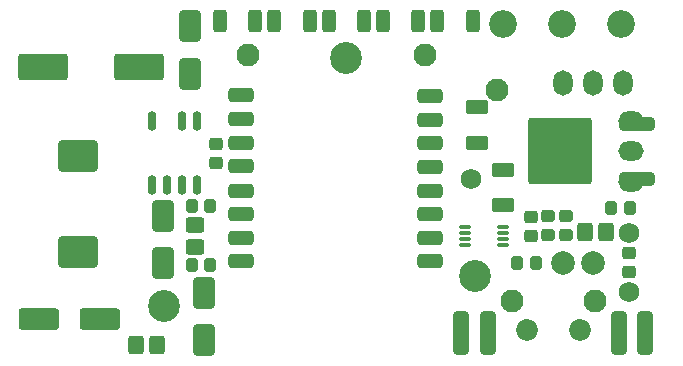
<source format=gts>
%FSLAX44Y44*%
%MOMM*%
G71*
G01*
G75*
G04 Layer_Color=8388736*
G04:AMPARAMS|DCode=10|XSize=1.45mm|YSize=1.15mm|CornerRadius=0.2013mm|HoleSize=0mm|Usage=FLASHONLY|Rotation=90.000|XOffset=0mm|YOffset=0mm|HoleType=Round|Shape=RoundedRectangle|*
%AMROUNDEDRECTD10*
21,1,1.4500,0.7475,0,0,90.0*
21,1,1.0475,1.1500,0,0,90.0*
1,1,0.4025,0.3738,0.5238*
1,1,0.4025,0.3738,-0.5238*
1,1,0.4025,-0.3738,-0.5238*
1,1,0.4025,-0.3738,0.5238*
%
%ADD10ROUNDEDRECTD10*%
G04:AMPARAMS|DCode=11|XSize=1mm|YSize=0.95mm|CornerRadius=0.1995mm|HoleSize=0mm|Usage=FLASHONLY|Rotation=180.000|XOffset=0mm|YOffset=0mm|HoleType=Round|Shape=RoundedRectangle|*
%AMROUNDEDRECTD11*
21,1,1.0000,0.5510,0,0,180.0*
21,1,0.6010,0.9500,0,0,180.0*
1,1,0.3990,-0.3005,0.2755*
1,1,0.3990,0.3005,0.2755*
1,1,0.3990,0.3005,-0.2755*
1,1,0.3990,-0.3005,-0.2755*
%
%ADD11ROUNDEDRECTD11*%
G04:AMPARAMS|DCode=12|XSize=2mm|YSize=1mm|CornerRadius=0.25mm|HoleSize=0mm|Usage=FLASHONLY|Rotation=180.000|XOffset=0mm|YOffset=0mm|HoleType=Round|Shape=RoundedRectangle|*
%AMROUNDEDRECTD12*
21,1,2.0000,0.5000,0,0,180.0*
21,1,1.5000,1.0000,0,0,180.0*
1,1,0.5000,-0.7500,0.2500*
1,1,0.5000,0.7500,0.2500*
1,1,0.5000,0.7500,-0.2500*
1,1,0.5000,-0.7500,-0.2500*
%
%ADD12ROUNDEDRECTD12*%
G04:AMPARAMS|DCode=13|XSize=1mm|YSize=0.9mm|CornerRadius=0.198mm|HoleSize=0mm|Usage=FLASHONLY|Rotation=0.000|XOffset=0mm|YOffset=0mm|HoleType=Round|Shape=RoundedRectangle|*
%AMROUNDEDRECTD13*
21,1,1.0000,0.5040,0,0,0.0*
21,1,0.6040,0.9000,0,0,0.0*
1,1,0.3960,0.3020,-0.2520*
1,1,0.3960,-0.3020,-0.2520*
1,1,0.3960,-0.3020,0.2520*
1,1,0.3960,0.3020,0.2520*
%
%ADD13ROUNDEDRECTD13*%
G04:AMPARAMS|DCode=14|XSize=1.75mm|YSize=1.05mm|CornerRadius=0.1995mm|HoleSize=0mm|Usage=FLASHONLY|Rotation=180.000|XOffset=0mm|YOffset=0mm|HoleType=Round|Shape=RoundedRectangle|*
%AMROUNDEDRECTD14*
21,1,1.7500,0.6510,0,0,180.0*
21,1,1.3510,1.0500,0,0,180.0*
1,1,0.3990,-0.6755,0.3255*
1,1,0.3990,0.6755,0.3255*
1,1,0.3990,0.6755,-0.3255*
1,1,0.3990,-0.6755,-0.3255*
%
%ADD14ROUNDEDRECTD14*%
G04:AMPARAMS|DCode=15|XSize=3.3mm|YSize=1.65mm|CornerRadius=0.198mm|HoleSize=0mm|Usage=FLASHONLY|Rotation=180.000|XOffset=0mm|YOffset=0mm|HoleType=Round|Shape=RoundedRectangle|*
%AMROUNDEDRECTD15*
21,1,3.3000,1.2540,0,0,180.0*
21,1,2.9040,1.6500,0,0,180.0*
1,1,0.3960,-1.4520,0.6270*
1,1,0.3960,1.4520,0.6270*
1,1,0.3960,1.4520,-0.6270*
1,1,0.3960,-1.4520,-0.6270*
%
%ADD15ROUNDEDRECTD15*%
G04:AMPARAMS|DCode=16|XSize=4.1mm|YSize=2.1mm|CornerRadius=0.1995mm|HoleSize=0mm|Usage=FLASHONLY|Rotation=180.000|XOffset=0mm|YOffset=0mm|HoleType=Round|Shape=RoundedRectangle|*
%AMROUNDEDRECTD16*
21,1,4.1000,1.7010,0,0,180.0*
21,1,3.7010,2.1000,0,0,180.0*
1,1,0.3990,-1.8505,0.8505*
1,1,0.3990,1.8505,0.8505*
1,1,0.3990,1.8505,-0.8505*
1,1,0.3990,-1.8505,-0.8505*
%
%ADD16ROUNDEDRECTD16*%
G04:AMPARAMS|DCode=17|XSize=3.2mm|YSize=2.5mm|CornerRadius=0.2mm|HoleSize=0mm|Usage=FLASHONLY|Rotation=0.000|XOffset=0mm|YOffset=0mm|HoleType=Round|Shape=RoundedRectangle|*
%AMROUNDEDRECTD17*
21,1,3.2000,2.1000,0,0,0.0*
21,1,2.8000,2.5000,0,0,0.0*
1,1,0.4000,1.4000,-1.0500*
1,1,0.4000,-1.4000,-1.0500*
1,1,0.4000,-1.4000,1.0500*
1,1,0.4000,1.4000,1.0500*
%
%ADD17ROUNDEDRECTD17*%
G04:AMPARAMS|DCode=18|XSize=1.45mm|YSize=1.15mm|CornerRadius=0.2013mm|HoleSize=0mm|Usage=FLASHONLY|Rotation=180.000|XOffset=0mm|YOffset=0mm|HoleType=Round|Shape=RoundedRectangle|*
%AMROUNDEDRECTD18*
21,1,1.4500,0.7475,0,0,180.0*
21,1,1.0475,1.1500,0,0,180.0*
1,1,0.4025,-0.5238,0.3738*
1,1,0.4025,0.5238,0.3738*
1,1,0.4025,0.5238,-0.3738*
1,1,0.4025,-0.5238,-0.3738*
%
%ADD18ROUNDEDRECTD18*%
G04:AMPARAMS|DCode=19|XSize=2.5mm|YSize=1.7mm|CornerRadius=0.204mm|HoleSize=0mm|Usage=FLASHONLY|Rotation=270.000|XOffset=0mm|YOffset=0mm|HoleType=Round|Shape=RoundedRectangle|*
%AMROUNDEDRECTD19*
21,1,2.5000,1.2920,0,0,270.0*
21,1,2.0920,1.7000,0,0,270.0*
1,1,0.4080,-0.6460,-1.0460*
1,1,0.4080,-0.6460,1.0460*
1,1,0.4080,0.6460,1.0460*
1,1,0.4080,0.6460,-1.0460*
%
%ADD19ROUNDEDRECTD19*%
G04:AMPARAMS|DCode=20|XSize=3.5mm|YSize=1.2mm|CornerRadius=0.198mm|HoleSize=0mm|Usage=FLASHONLY|Rotation=90.000|XOffset=0mm|YOffset=0mm|HoleType=Round|Shape=RoundedRectangle|*
%AMROUNDEDRECTD20*
21,1,3.5000,0.8040,0,0,90.0*
21,1,3.1040,1.2000,0,0,90.0*
1,1,0.3960,0.4020,1.5520*
1,1,0.3960,0.4020,-1.5520*
1,1,0.3960,-0.4020,-1.5520*
1,1,0.3960,-0.4020,1.5520*
%
%ADD20ROUNDEDRECTD20*%
G04:AMPARAMS|DCode=21|XSize=2.85mm|YSize=1mm|CornerRadius=0.2mm|HoleSize=0mm|Usage=FLASHONLY|Rotation=180.000|XOffset=0mm|YOffset=0mm|HoleType=Round|Shape=RoundedRectangle|*
%AMROUNDEDRECTD21*
21,1,2.8500,0.6000,0,0,180.0*
21,1,2.4500,1.0000,0,0,180.0*
1,1,0.4000,-1.2250,0.3000*
1,1,0.4000,1.2250,0.3000*
1,1,0.4000,1.2250,-0.3000*
1,1,0.4000,-1.2250,-0.3000*
%
%ADD21ROUNDEDRECTD21*%
G04:AMPARAMS|DCode=22|XSize=5.2mm|YSize=5.5mm|CornerRadius=0.182mm|HoleSize=0mm|Usage=FLASHONLY|Rotation=180.000|XOffset=0mm|YOffset=0mm|HoleType=Round|Shape=RoundedRectangle|*
%AMROUNDEDRECTD22*
21,1,5.2000,5.1360,0,0,180.0*
21,1,4.8360,5.5000,0,0,180.0*
1,1,0.3640,-2.4180,2.5680*
1,1,0.3640,2.4180,2.5680*
1,1,0.3640,2.4180,-2.5680*
1,1,0.3640,-2.4180,-2.5680*
%
%ADD22ROUNDEDRECTD22*%
G04:AMPARAMS|DCode=23|XSize=1mm|YSize=0.9mm|CornerRadius=0.198mm|HoleSize=0mm|Usage=FLASHONLY|Rotation=270.000|XOffset=0mm|YOffset=0mm|HoleType=Round|Shape=RoundedRectangle|*
%AMROUNDEDRECTD23*
21,1,1.0000,0.5040,0,0,270.0*
21,1,0.6040,0.9000,0,0,270.0*
1,1,0.3960,-0.2520,-0.3020*
1,1,0.3960,-0.2520,0.3020*
1,1,0.3960,0.2520,0.3020*
1,1,0.3960,0.2520,-0.3020*
%
%ADD23ROUNDEDRECTD23*%
G04:AMPARAMS|DCode=24|XSize=1.75mm|YSize=1.05mm|CornerRadius=0.1995mm|HoleSize=0mm|Usage=FLASHONLY|Rotation=90.000|XOffset=0mm|YOffset=0mm|HoleType=Round|Shape=RoundedRectangle|*
%AMROUNDEDRECTD24*
21,1,1.7500,0.6510,0,0,90.0*
21,1,1.3510,1.0500,0,0,90.0*
1,1,0.3990,0.3255,0.6755*
1,1,0.3990,0.3255,-0.6755*
1,1,0.3990,-0.3255,-0.6755*
1,1,0.3990,-0.3255,0.6755*
%
%ADD24ROUNDEDRECTD24*%
%ADD25O,0.6000X1.5500*%
G04:AMPARAMS|DCode=26|XSize=0.9mm|YSize=0.3mm|CornerRadius=0.1005mm|HoleSize=0mm|Usage=FLASHONLY|Rotation=180.000|XOffset=0mm|YOffset=0mm|HoleType=Round|Shape=RoundedRectangle|*
%AMROUNDEDRECTD26*
21,1,0.9000,0.0990,0,0,180.0*
21,1,0.6990,0.3000,0,0,180.0*
1,1,0.2010,-0.3495,0.0495*
1,1,0.2010,0.3495,0.0495*
1,1,0.2010,0.3495,-0.0495*
1,1,0.2010,-0.3495,-0.0495*
%
%ADD26ROUNDEDRECTD26*%
%ADD27C,0.2500*%
%ADD28C,0.5000*%
%ADD29C,1.7000*%
%ADD30C,1.8000*%
%ADD31C,1.8500*%
%ADD32O,2.0000X1.5000*%
%ADD33C,1.6000*%
%ADD34C,2.2000*%
%ADD35O,1.5000X2.0000*%
%ADD36C,2.5000*%
%ADD37C,0.7500*%
%ADD38C,1.5000*%
%ADD39C,0.2000*%
%ADD40C,0.3000*%
%ADD41C,0.2540*%
%ADD42C,0.1500*%
%ADD43C,0.1000*%
G04:AMPARAMS|DCode=44|XSize=1.6mm|YSize=1.3mm|CornerRadius=0.2763mm|HoleSize=0mm|Usage=FLASHONLY|Rotation=90.000|XOffset=0mm|YOffset=0mm|HoleType=Round|Shape=RoundedRectangle|*
%AMROUNDEDRECTD44*
21,1,1.6000,0.7475,0,0,90.0*
21,1,1.0475,1.3000,0,0,90.0*
1,1,0.5525,0.3738,0.5238*
1,1,0.5525,0.3738,-0.5238*
1,1,0.5525,-0.3738,-0.5238*
1,1,0.5525,-0.3738,0.5238*
%
%ADD44ROUNDEDRECTD44*%
G04:AMPARAMS|DCode=45|XSize=1.15mm|YSize=1.1mm|CornerRadius=0.2745mm|HoleSize=0mm|Usage=FLASHONLY|Rotation=180.000|XOffset=0mm|YOffset=0mm|HoleType=Round|Shape=RoundedRectangle|*
%AMROUNDEDRECTD45*
21,1,1.1500,0.5510,0,0,180.0*
21,1,0.6010,1.1000,0,0,180.0*
1,1,0.5490,-0.3005,0.2755*
1,1,0.5490,0.3005,0.2755*
1,1,0.5490,0.3005,-0.2755*
1,1,0.5490,-0.3005,-0.2755*
%
%ADD45ROUNDEDRECTD45*%
G04:AMPARAMS|DCode=46|XSize=2.2032mm|YSize=1.2032mm|CornerRadius=0.3516mm|HoleSize=0mm|Usage=FLASHONLY|Rotation=180.000|XOffset=0mm|YOffset=0mm|HoleType=Round|Shape=RoundedRectangle|*
%AMROUNDEDRECTD46*
21,1,2.2032,0.5000,0,0,180.0*
21,1,1.5000,1.2032,0,0,180.0*
1,1,0.7032,-0.7500,0.2500*
1,1,0.7032,0.7500,0.2500*
1,1,0.7032,0.7500,-0.2500*
1,1,0.7032,-0.7500,-0.2500*
%
%ADD46ROUNDEDRECTD46*%
G04:AMPARAMS|DCode=47|XSize=1.15mm|YSize=1.05mm|CornerRadius=0.273mm|HoleSize=0mm|Usage=FLASHONLY|Rotation=0.000|XOffset=0mm|YOffset=0mm|HoleType=Round|Shape=RoundedRectangle|*
%AMROUNDEDRECTD47*
21,1,1.1500,0.5040,0,0,0.0*
21,1,0.6040,1.0500,0,0,0.0*
1,1,0.5460,0.3020,-0.2520*
1,1,0.5460,-0.3020,-0.2520*
1,1,0.5460,-0.3020,0.2520*
1,1,0.5460,0.3020,0.2520*
%
%ADD47ROUNDEDRECTD47*%
G04:AMPARAMS|DCode=48|XSize=1.9mm|YSize=1.2mm|CornerRadius=0.2745mm|HoleSize=0mm|Usage=FLASHONLY|Rotation=180.000|XOffset=0mm|YOffset=0mm|HoleType=Round|Shape=RoundedRectangle|*
%AMROUNDEDRECTD48*
21,1,1.9000,0.6510,0,0,180.0*
21,1,1.3510,1.2000,0,0,180.0*
1,1,0.5490,-0.6755,0.3255*
1,1,0.5490,0.6755,0.3255*
1,1,0.5490,0.6755,-0.3255*
1,1,0.5490,-0.6755,-0.3255*
%
%ADD48ROUNDEDRECTD48*%
G04:AMPARAMS|DCode=49|XSize=3.45mm|YSize=1.8mm|CornerRadius=0.273mm|HoleSize=0mm|Usage=FLASHONLY|Rotation=180.000|XOffset=0mm|YOffset=0mm|HoleType=Round|Shape=RoundedRectangle|*
%AMROUNDEDRECTD49*
21,1,3.4500,1.2540,0,0,180.0*
21,1,2.9040,1.8000,0,0,180.0*
1,1,0.5460,-1.4520,0.6270*
1,1,0.5460,1.4520,0.6270*
1,1,0.5460,1.4520,-0.6270*
1,1,0.5460,-1.4520,-0.6270*
%
%ADD49ROUNDEDRECTD49*%
G04:AMPARAMS|DCode=50|XSize=4.25mm|YSize=2.25mm|CornerRadius=0.2745mm|HoleSize=0mm|Usage=FLASHONLY|Rotation=180.000|XOffset=0mm|YOffset=0mm|HoleType=Round|Shape=RoundedRectangle|*
%AMROUNDEDRECTD50*
21,1,4.2500,1.7010,0,0,180.0*
21,1,3.7010,2.2500,0,0,180.0*
1,1,0.5490,-1.8505,0.8505*
1,1,0.5490,1.8505,0.8505*
1,1,0.5490,1.8505,-0.8505*
1,1,0.5490,-1.8505,-0.8505*
%
%ADD50ROUNDEDRECTD50*%
G04:AMPARAMS|DCode=51|XSize=3.35mm|YSize=2.65mm|CornerRadius=0.275mm|HoleSize=0mm|Usage=FLASHONLY|Rotation=0.000|XOffset=0mm|YOffset=0mm|HoleType=Round|Shape=RoundedRectangle|*
%AMROUNDEDRECTD51*
21,1,3.3500,2.1000,0,0,0.0*
21,1,2.8000,2.6500,0,0,0.0*
1,1,0.5500,1.4000,-1.0500*
1,1,0.5500,-1.4000,-1.0500*
1,1,0.5500,-1.4000,1.0500*
1,1,0.5500,1.4000,1.0500*
%
%ADD51ROUNDEDRECTD51*%
G04:AMPARAMS|DCode=52|XSize=1.6mm|YSize=1.3mm|CornerRadius=0.2763mm|HoleSize=0mm|Usage=FLASHONLY|Rotation=180.000|XOffset=0mm|YOffset=0mm|HoleType=Round|Shape=RoundedRectangle|*
%AMROUNDEDRECTD52*
21,1,1.6000,0.7475,0,0,180.0*
21,1,1.0475,1.3000,0,0,180.0*
1,1,0.5525,-0.5238,0.3738*
1,1,0.5525,0.5238,0.3738*
1,1,0.5525,0.5238,-0.3738*
1,1,0.5525,-0.5238,-0.3738*
%
%ADD52ROUNDEDRECTD52*%
G04:AMPARAMS|DCode=53|XSize=2.65mm|YSize=1.85mm|CornerRadius=0.279mm|HoleSize=0mm|Usage=FLASHONLY|Rotation=270.000|XOffset=0mm|YOffset=0mm|HoleType=Round|Shape=RoundedRectangle|*
%AMROUNDEDRECTD53*
21,1,2.6500,1.2920,0,0,270.0*
21,1,2.0920,1.8500,0,0,270.0*
1,1,0.5580,-0.6460,-1.0460*
1,1,0.5580,-0.6460,1.0460*
1,1,0.5580,0.6460,1.0460*
1,1,0.5580,0.6460,-1.0460*
%
%ADD53ROUNDEDRECTD53*%
G04:AMPARAMS|DCode=54|XSize=3.65mm|YSize=1.35mm|CornerRadius=0.273mm|HoleSize=0mm|Usage=FLASHONLY|Rotation=90.000|XOffset=0mm|YOffset=0mm|HoleType=Round|Shape=RoundedRectangle|*
%AMROUNDEDRECTD54*
21,1,3.6500,0.8040,0,0,90.0*
21,1,3.1040,1.3500,0,0,90.0*
1,1,0.5460,0.4020,1.5520*
1,1,0.5460,0.4020,-1.5520*
1,1,0.5460,-0.4020,-1.5520*
1,1,0.5460,-0.4020,1.5520*
%
%ADD54ROUNDEDRECTD54*%
G04:AMPARAMS|DCode=55|XSize=3mm|YSize=1.15mm|CornerRadius=0.275mm|HoleSize=0mm|Usage=FLASHONLY|Rotation=180.000|XOffset=0mm|YOffset=0mm|HoleType=Round|Shape=RoundedRectangle|*
%AMROUNDEDRECTD55*
21,1,3.0000,0.6000,0,0,180.0*
21,1,2.4500,1.1500,0,0,180.0*
1,1,0.5500,-1.2250,0.3000*
1,1,0.5500,1.2250,0.3000*
1,1,0.5500,1.2250,-0.3000*
1,1,0.5500,-1.2250,-0.3000*
%
%ADD55ROUNDEDRECTD55*%
G04:AMPARAMS|DCode=56|XSize=5.35mm|YSize=5.65mm|CornerRadius=0.257mm|HoleSize=0mm|Usage=FLASHONLY|Rotation=180.000|XOffset=0mm|YOffset=0mm|HoleType=Round|Shape=RoundedRectangle|*
%AMROUNDEDRECTD56*
21,1,5.3500,5.1360,0,0,180.0*
21,1,4.8360,5.6500,0,0,180.0*
1,1,0.5140,-2.4180,2.5680*
1,1,0.5140,2.4180,2.5680*
1,1,0.5140,2.4180,-2.5680*
1,1,0.5140,-2.4180,-2.5680*
%
%ADD56ROUNDEDRECTD56*%
G04:AMPARAMS|DCode=57|XSize=1.15mm|YSize=1.05mm|CornerRadius=0.273mm|HoleSize=0mm|Usage=FLASHONLY|Rotation=270.000|XOffset=0mm|YOffset=0mm|HoleType=Round|Shape=RoundedRectangle|*
%AMROUNDEDRECTD57*
21,1,1.1500,0.5040,0,0,270.0*
21,1,0.6040,1.0500,0,0,270.0*
1,1,0.5460,-0.2520,-0.3020*
1,1,0.5460,-0.2520,0.3020*
1,1,0.5460,0.2520,0.3020*
1,1,0.5460,0.2520,-0.3020*
%
%ADD57ROUNDEDRECTD57*%
G04:AMPARAMS|DCode=58|XSize=1.9mm|YSize=1.2mm|CornerRadius=0.2745mm|HoleSize=0mm|Usage=FLASHONLY|Rotation=90.000|XOffset=0mm|YOffset=0mm|HoleType=Round|Shape=RoundedRectangle|*
%AMROUNDEDRECTD58*
21,1,1.9000,0.6510,0,0,90.0*
21,1,1.3510,1.2000,0,0,90.0*
1,1,0.5490,0.3255,0.6755*
1,1,0.5490,0.3255,-0.6755*
1,1,0.5490,-0.3255,-0.6755*
1,1,0.5490,-0.3255,0.6755*
%
%ADD58ROUNDEDRECTD58*%
%ADD59O,0.7500X1.7000*%
G04:AMPARAMS|DCode=60|XSize=1mm|YSize=0.4mm|CornerRadius=0.1505mm|HoleSize=0mm|Usage=FLASHONLY|Rotation=180.000|XOffset=0mm|YOffset=0mm|HoleType=Round|Shape=RoundedRectangle|*
%AMROUNDEDRECTD60*
21,1,1.0000,0.0990,0,0,180.0*
21,1,0.6990,0.4000,0,0,180.0*
1,1,0.3010,-0.3495,0.0495*
1,1,0.3010,0.3495,0.0495*
1,1,0.3010,0.3495,-0.0495*
1,1,0.3010,-0.3495,-0.0495*
%
%ADD60ROUNDEDRECTD60*%
%ADD61C,1.8500*%
%ADD62C,1.9500*%
%ADD63C,2.0000*%
%ADD64O,2.1500X1.6500*%
%ADD65C,1.7500*%
%ADD66C,2.3500*%
%ADD67O,1.6500X2.1500*%
%ADD68C,2.7032*%
D44*
X485500Y108500D02*
D03*
X503500D02*
D03*
X123250Y12750D02*
D03*
X105250D02*
D03*
D45*
X522500Y74500D02*
D03*
Y90500D02*
D03*
X439500Y121250D02*
D03*
Y105250D02*
D03*
X173000Y182750D02*
D03*
Y166749D02*
D03*
D46*
X354750Y203550D02*
D03*
Y183650D02*
D03*
Y163550D02*
D03*
Y143150D02*
D03*
Y123450D02*
D03*
Y103450D02*
D03*
Y83750D02*
D03*
X194750Y83450D02*
D03*
Y103250D02*
D03*
Y123450D02*
D03*
Y143250D02*
D03*
Y163850D02*
D03*
Y184050D02*
D03*
Y203650D02*
D03*
Y224050D02*
D03*
X354750Y223650D02*
D03*
D47*
X454500Y105500D02*
D03*
Y121500D02*
D03*
X469500Y105500D02*
D03*
Y121500D02*
D03*
D48*
X416500Y131000D02*
D03*
Y161000D02*
D03*
X394250Y183750D02*
D03*
Y213750D02*
D03*
D49*
X75000Y34499D02*
D03*
X23000D02*
D03*
D50*
X27000Y248249D02*
D03*
X108000D02*
D03*
D51*
X56000Y172748D02*
D03*
Y91748D02*
D03*
D52*
X155500Y95999D02*
D03*
Y114000D02*
D03*
D53*
X163000Y57000D02*
D03*
Y16999D02*
D03*
X128000Y121997D02*
D03*
Y81997D02*
D03*
X151000Y242500D02*
D03*
Y282500D02*
D03*
D54*
X536500Y23000D02*
D03*
X514000D02*
D03*
X381000D02*
D03*
X403500D02*
D03*
D55*
X529750Y153600D02*
D03*
Y199400D02*
D03*
D56*
X464750Y176500D02*
D03*
D57*
X523750Y128500D02*
D03*
X507750D02*
D03*
X168500Y130000D02*
D03*
X152500D02*
D03*
X168500Y79999D02*
D03*
X152500D02*
D03*
X427750Y82500D02*
D03*
X443750D02*
D03*
D58*
X206500Y286749D02*
D03*
X176500D02*
D03*
X222500D02*
D03*
X252500D02*
D03*
X298500D02*
D03*
X268500D02*
D03*
X344500D02*
D03*
X314500D02*
D03*
X390500D02*
D03*
X360500D02*
D03*
D59*
X157050Y201999D02*
D03*
X144350D02*
D03*
X118954D02*
D03*
Y147999D02*
D03*
X131650D02*
D03*
X144350D02*
D03*
X157050D02*
D03*
D60*
X384000Y97500D02*
D03*
Y102500D02*
D03*
Y107500D02*
D03*
Y112500D02*
D03*
X416000D02*
D03*
Y107500D02*
D03*
Y102500D02*
D03*
Y97500D02*
D03*
D61*
X436250Y25000D02*
D03*
X481250D02*
D03*
D62*
X423750Y50000D02*
D03*
X493750D02*
D03*
X200250Y258000D02*
D03*
X350250D02*
D03*
X411000Y228250D02*
D03*
D63*
X492450Y82500D02*
D03*
X467050D02*
D03*
D64*
X524500Y150999D02*
D03*
Y176499D02*
D03*
Y201999D02*
D03*
D65*
X389000Y153250D02*
D03*
X522500Y57500D02*
D03*
Y107500D02*
D03*
D66*
X416000Y284250D02*
D03*
X466000D02*
D03*
X516000D02*
D03*
D67*
X467000Y234499D02*
D03*
X492500D02*
D03*
X518000D02*
D03*
D68*
X129500Y45500D02*
D03*
X392500Y70750D02*
D03*
X283250Y256000D02*
D03*
M02*

</source>
